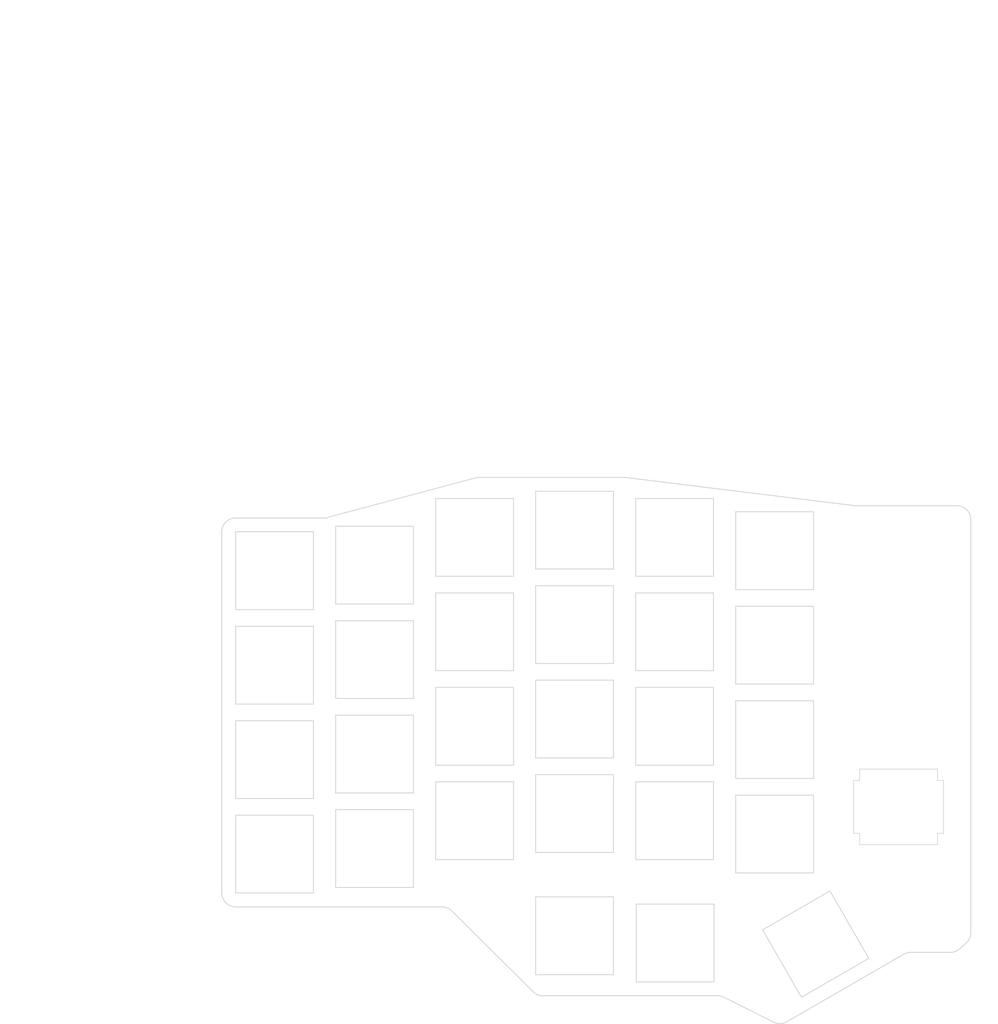
<source format=kicad_pcb>
(kicad_pcb (version 20210108) (generator pcbnew)
  (layers (0 "F.Cu" signal) (31 "B.Cu" power) (34 "B.Paste" user) (35 "F.Paste" user) (36 "B.SilkS" user "B.Silkscreen") (37 "F.SilkS" user "F.Silkscreen") (38 "B.Mask" user) (39 "F.Mask" user) (44 "Edge.Cuts" user))
  (net 0 "")
  (footprint "BlueSof:PlateCutout14mm_EdgeCuts" (layer "F.Cu") (at 184.873 54.1)
    (fp_text reference "SW1" hide)
    (fp_text value "SW_PUSH" hide)
    (fp_line (start -7 7) (end -7 -7) (layer "Edge.Cuts") (width 0.15))
    (fp_line (start 7 7) (end -7 7) (layer "Edge.Cuts") (width 0.15))
    (fp_line (start -7 -7) (end 7 -7) (layer "Edge.Cuts") (width 0.15))
    (fp_line (start 7 -7) (end 7 7) (layer "Edge.Cuts") (width 0.15))
  )
  (footprint "BlueSof:PlateCutout14mm_EdgeCuts" (layer "F.Cu") (at 166.873 51.7)
    (fp_text reference "SW2" hide)
    (fp_text value "SW_PUSH" hide)
    (fp_line (start 7 -7) (end 7 7) (layer "Edge.Cuts") (width 0.15))
    (fp_line (start 7 7) (end -7 7) (layer "Edge.Cuts") (width 0.15))
    (fp_line (start -7 -7) (end 7 -7) (layer "Edge.Cuts") (width 0.15))
    (fp_line (start -7 7) (end -7 -7) (layer "Edge.Cuts") (width 0.15))
  )
  (footprint "BlueSof:PlateCutout14mm_EdgeCuts" (layer "F.Cu") (at 130.873 51.7)
    (fp_text reference "SW4" hide)
    (fp_text value "SW_PUSH" hide)
    (fp_line (start -7 -7) (end 7 -7) (layer "Edge.Cuts") (width 0.15))
    (fp_line (start -7 7) (end -7 -7) (layer "Edge.Cuts") (width 0.15))
    (fp_line (start 7 7) (end -7 7) (layer "Edge.Cuts") (width 0.15))
    (fp_line (start 7 -7) (end 7 7) (layer "Edge.Cuts") (width 0.15))
  )
  (footprint "BlueSof:PlateCutout14mm_EdgeCuts" (layer "F.Cu") (at 112.873 56.7)
    (fp_text reference "SW5" hide)
    (fp_text value "SW_PUSH" hide)
    (fp_line (start -7 -7) (end 7 -7) (layer "Edge.Cuts") (width 0.15))
    (fp_line (start -7 7) (end -7 -7) (layer "Edge.Cuts") (width 0.15))
    (fp_line (start 7 -7) (end 7 7) (layer "Edge.Cuts") (width 0.15))
    (fp_line (start 7 7) (end -7 7) (layer "Edge.Cuts") (width 0.15))
  )
  (footprint "BlueSof:PlateCutout14mm_EdgeCuts" (layer "F.Cu") (at 94.873 57.7)
    (fp_text reference "SW6" hide)
    (fp_text value "SW_PUSH" hide)
    (fp_line (start 7 -7) (end 7 7) (layer "Edge.Cuts") (width 0.15))
    (fp_line (start 7 7) (end -7 7) (layer "Edge.Cuts") (width 0.15))
    (fp_line (start -7 7) (end -7 -7) (layer "Edge.Cuts") (width 0.15))
    (fp_line (start -7 -7) (end 7 -7) (layer "Edge.Cuts") (width 0.15))
  )
  (footprint "BlueSof:PlateCutout14mm_EdgeCuts" (layer "F.Cu") (at 184.873 71.1)
    (fp_text reference "SW7" hide)
    (fp_text value "SW_PUSH" hide)
    (fp_line (start -7 7) (end -7 -7) (layer "Edge.Cuts") (width 0.15))
    (fp_line (start -7 -7) (end 7 -7) (layer "Edge.Cuts") (width 0.15))
    (fp_line (start 7 -7) (end 7 7) (layer "Edge.Cuts") (width 0.15))
    (fp_line (start 7 7) (end -7 7) (layer "Edge.Cuts") (width 0.15))
  )
  (footprint "BlueSof:PlateCutout14mm_EdgeCuts" (layer "F.Cu") (at 166.873 68.7)
    (fp_text reference "SW8" hide)
    (fp_text value "SW_PUSH" hide)
    (fp_line (start 7 7) (end -7 7) (layer "Edge.Cuts") (width 0.15))
    (fp_line (start -7 7) (end -7 -7) (layer "Edge.Cuts") (width 0.15))
    (fp_line (start 7 -7) (end 7 7) (layer "Edge.Cuts") (width 0.15))
    (fp_line (start -7 -7) (end 7 -7) (layer "Edge.Cuts") (width 0.15))
  )
  (footprint "BlueSof:PlateCutout14mm_EdgeCuts" (layer "F.Cu") (at 148.873 67.4)
    (fp_text reference "SW9" hide)
    (fp_text value "SW_PUSH" hide)
    (fp_line (start -7 -7) (end 7 -7) (layer "Edge.Cuts") (width 0.15))
    (fp_line (start 7 -7) (end 7 7) (layer "Edge.Cuts") (width 0.15))
    (fp_line (start 7 7) (end -7 7) (layer "Edge.Cuts") (width 0.15))
    (fp_line (start -7 7) (end -7 -7) (layer "Edge.Cuts") (width 0.15))
  )
  (footprint "BlueSof:PlateCutout14mm_EdgeCuts" (layer "F.Cu") (at 130.873 68.7)
    (fp_text reference "SW10" hide)
    (fp_text value "SW_PUSH" hide)
    (fp_line (start 7 -7) (end 7 7) (layer "Edge.Cuts") (width 0.15))
    (fp_line (start -7 -7) (end 7 -7) (layer "Edge.Cuts") (width 0.15))
    (fp_line (start 7 7) (end -7 7) (layer "Edge.Cuts") (width 0.15))
    (fp_line (start -7 7) (end -7 -7) (layer "Edge.Cuts") (width 0.15))
  )
  (footprint "BlueSof:PlateCutout14mm_EdgeCuts" (layer "F.Cu") (at 94.873 74.7)
    (fp_text reference "SW12" hide)
    (fp_text value "SW_PUSH" hide)
    (fp_line (start 7 -7) (end 7 7) (layer "Edge.Cuts") (width 0.15))
    (fp_line (start 7 7) (end -7 7) (layer "Edge.Cuts") (width 0.15))
    (fp_line (start -7 7) (end -7 -7) (layer "Edge.Cuts") (width 0.15))
    (fp_line (start -7 -7) (end 7 -7) (layer "Edge.Cuts") (width 0.15))
  )
  (footprint "BlueSof:PlateCutout14mm_EdgeCuts" (layer "F.Cu") (at 166.873 85.7)
    (fp_text reference "SW14" hide)
    (fp_text value "SW_PUSH" hide)
    (fp_line (start 7 -7) (end 7 7) (layer "Edge.Cuts") (width 0.15))
    (fp_line (start -7 -7) (end 7 -7) (layer "Edge.Cuts") (width 0.15))
    (fp_line (start -7 7) (end -7 -7) (layer "Edge.Cuts") (width 0.15))
    (fp_line (start 7 7) (end -7 7) (layer "Edge.Cuts") (width 0.15))
  )
  (footprint "BlueSof:PlateCutout14mm_EdgeCuts" (layer "F.Cu") (at 148.873 84.4)
    (fp_text reference "SW15" hide)
    (fp_text value "SW_PUSH" hide)
    (fp_line (start -7 7) (end -7 -7) (layer "Edge.Cuts") (width 0.15))
    (fp_line (start 7 -7) (end 7 7) (layer "Edge.Cuts") (width 0.15))
    (fp_line (start 7 7) (end -7 7) (layer "Edge.Cuts") (width 0.15))
    (fp_line (start -7 -7) (end 7 -7) (layer "Edge.Cuts") (width 0.15))
  )
  (footprint "BlueSof:PlateCutout14mm_EdgeCuts" (layer "F.Cu") (at 130.873 85.7)
    (fp_text reference "SW16" hide)
    (fp_text value "SW_PUSH" hide)
    (fp_line (start -7 -7) (end 7 -7) (layer "Edge.Cuts") (width 0.15))
    (fp_line (start 7 7) (end -7 7) (layer "Edge.Cuts") (width 0.15))
    (fp_line (start 7 -7) (end 7 7) (layer "Edge.Cuts") (width 0.15))
    (fp_line (start -7 7) (end -7 -7) (layer "Edge.Cuts") (width 0.15))
  )
  (footprint "BlueSof:PlateCutout14mm_EdgeCuts" (layer "F.Cu") (at 112.873 90.7)
    (fp_text reference "SW17" hide)
    (fp_text value "SW_PUSH" hide)
    (fp_line (start 7 -7) (end 7 7) (layer "Edge.Cuts") (width 0.15))
    (fp_line (start -7 -7) (end 7 -7) (layer "Edge.Cuts") (width 0.15))
    (fp_line (start 7 7) (end -7 7) (layer "Edge.Cuts") (width 0.15))
    (fp_line (start -7 7) (end -7 -7) (layer "Edge.Cuts") (width 0.15))
  )
  (footprint "BlueSof:PlateCutout14mm_EdgeCuts" (layer "F.Cu") (at 184.873 105.1)
    (fp_text reference "SW19" hide)
    (fp_text value "SW_PUSH" hide)
    (fp_line (start 7 7) (end -7 7) (layer "Edge.Cuts") (width 0.15))
    (fp_line (start -7 -7) (end 7 -7) (layer "Edge.Cuts") (width 0.15))
    (fp_line (start 7 -7) (end 7 7) (layer "Edge.Cuts") (width 0.15))
    (fp_line (start -7 7) (end -7 -7) (layer "Edge.Cuts") (width 0.15))
  )
  (footprint "BlueSof:PlateCutout14mm_EdgeCuts" (layer "F.Cu") (at 148.873 101.4)
    (fp_text reference "SW21" hide)
    (fp_text value "SW_PUSH" hide)
    (fp_line (start -7 7) (end -7 -7) (layer "Edge.Cuts") (width 0.15))
    (fp_line (start -7 -7) (end 7 -7) (layer "Edge.Cuts") (width 0.15))
    (fp_line (start 7 7) (end -7 7) (layer "Edge.Cuts") (width 0.15))
    (fp_line (start 7 -7) (end 7 7) (layer "Edge.Cuts") (width 0.15))
  )
  (footprint "BlueSof:PlateCutout14mm_EdgeCuts" (layer "F.Cu") (at 130.873 102.7)
    (fp_text reference "SW22" hide)
    (fp_text value "SW_PUSH" hide)
    (fp_line (start -7 -7) (end 7 -7) (layer "Edge.Cuts") (width 0.15))
    (fp_line (start 7 -7) (end 7 7) (layer "Edge.Cuts") (width 0.15))
    (fp_line (start -7 7) (end -7 -7) (layer "Edge.Cuts") (width 0.15))
    (fp_line (start 7 7) (end -7 7) (layer "Edge.Cuts") (width 0.15))
  )
  (footprint "BlueSof:PlateCutout14mm_EdgeCuts" (layer "F.Cu") (at 112.873 107.7)
    (fp_text reference "SW23" hide)
    (fp_text value "SW_PUSH" hide)
    (fp_line (start -7 7) (end -7 -7) (layer "Edge.Cuts") (width 0.15))
    (fp_line (start -7 -7) (end 7 -7) (layer "Edge.Cuts") (width 0.15))
    (fp_line (start 7 7) (end -7 7) (layer "Edge.Cuts") (width 0.15))
    (fp_line (start 7 -7) (end 7 7) (layer "Edge.Cuts") (width 0.15))
  )
  (footprint "BlueSof:PlateCutout14mm_EdgeCuts" (layer "F.Cu") (at 94.873 108.7)
    (fp_text reference "SW24" hide)
    (fp_text value "SW_PUSH" hide)
    (fp_line (start 7 7) (end -7 7) (layer "Edge.Cuts") (width 0.15))
    (fp_line (start -7 -7) (end 7 -7) (layer "Edge.Cuts") (width 0.15))
    (fp_line (start -7 7) (end -7 -7) (layer "Edge.Cuts") (width 0.15))
    (fp_line (start 7 -7) (end 7 7) (layer "Edge.Cuts") (width 0.15))
  )
  (footprint "BlueSof:PlateCutout14mm_EdgeCuts" (layer "F.Cu") (at 184.873 88.1)
    (fp_text reference "SW13" hide)
    (fp_text value "SW_PUSH" hide)
    (fp_line (start -7 7) (end -7 -7) (layer "Edge.Cuts") (width 0.15))
    (fp_line (start 7 7) (end -7 7) (layer "Edge.Cuts") (width 0.15))
    (fp_line (start 7 -7) (end 7 7) (layer "Edge.Cuts") (width 0.15))
    (fp_line (start -7 -7) (end 7 -7) (layer "Edge.Cuts") (width 0.15))
  )
  (footprint "BlueSof:PlateCutout14mm_EdgeCuts" (layer "F.Cu") (at 112.873 73.7)
    (fp_text reference "SW11" hide)
    (fp_text value "SW_PUSH" hide)
    (fp_line (start -7 -7) (end 7 -7) (layer "Edge.Cuts") (width 0.15))
    (fp_line (start 7 -7) (end 7 7) (layer "Edge.Cuts") (width 0.15))
    (fp_line (start 7 7) (end -7 7) (layer "Edge.Cuts") (width 0.15))
    (fp_line (start -7 7) (end -7 -7) (layer "Edge.Cuts") (width 0.15))
  )
  (footprint "BlueSof:PlateCutout14mm_EdgeCuts" (layer "F.Cu") (at 94.873 91.7)
    (fp_text reference "SW18" hide)
    (fp_text value "SW_PUSH" hide)
    (fp_line (start -7 -7) (end 7 -7) (layer "Edge.Cuts") (width 0.15))
    (fp_line (start -7 7) (end -7 -7) (layer "Edge.Cuts") (width 0.15))
    (fp_line (start 7 -7) (end 7 7) (layer "Edge.Cuts") (width 0.15))
    (fp_line (start 7 7) (end -7 7) (layer "Edge.Cuts") (width 0.15))
  )
  (footprint "BlueSof:PlateCutout14mm_EdgeCuts" (layer "F.Cu") (at 148.873 123.4)
    (fp_text reference "SW28" hide)
    (fp_text value "SW_PUSH" hide)
    (fp_line (start 7 -7) (end 7 7) (layer "Edge.Cuts") (width 0.15))
    (fp_line (start -7 7) (end -7 -7) (layer "Edge.Cuts") (width 0.15))
    (fp_line (start -7 -7) (end 7 -7) (layer "Edge.Cuts") (width 0.15))
    (fp_line (start 7 7) (end -7 7) (layer "Edge.Cuts") (width 0.15))
  )
  (footprint "BlueSof:PlateCutout14mm_EdgeCuts" (layer "F.Cu") (at 148.873 50.4)
    (fp_text reference "SW3" hide)
    (fp_text value "SW_PUSH" hide)
    (fp_line (start 7 -7) (end 7 7) (layer "Edge.Cuts") (width 0.15))
    (fp_line (start -7 -7) (end 7 -7) (layer "Edge.Cuts") (width 0.15))
    (fp_line (start -7 7) (end -7 -7) (layer "Edge.Cuts") (width 0.15))
    (fp_line (start 7 7) (end -7 7) (layer "Edge.Cuts") (width 0.15))
  )
  (footprint "BlueSof:PlateCutout14mm_EdgeCuts" (layer "F.Cu") (at 166.873 102.7)
    (fp_text reference "SW20" hide)
    (fp_text value "SW_PUSH" hide)
    (fp_line (start -7 7) (end -7 -7) (layer "Edge.Cuts") (width 0.15))
    (fp_line (start -7 -7) (end 7 -7) (layer "Edge.Cuts") (width 0.15))
    (fp_line (start 7 7) (end -7 7) (layer "Edge.Cuts") (width 0.15))
    (fp_line (start 7 -7) (end 7 7) (layer "Edge.Cuts") (width 0.15))
  )
  (footprint "BlueSof:PlateCutout14mm_EdgeCuts" (layer "F.Cu") (at 192.273 124.9 30)
    (fp_text reference "SW26" hide)
    (fp_text value "SW_PUSH" hide)
    (fp_line (start -7 7) (end -7 -7) (layer "Edge.Cuts") (width 0.15))
    (fp_line (start 7 -7) (end 7 7) (layer "Edge.Cuts") (width 0.15))
    (fp_line (start 7 7) (end -7 7) (layer "Edge.Cuts") (width 0.15))
    (fp_line (start -7 -7) (end 7 -7) (layer "Edge.Cuts") (width 0.15))
  )
  (footprint "BlueSof:PlateCutout14mm_EdgeCuts" (layer "F.Cu") (at 166.973 124.7)
    (fp_text reference "SW27" hide)
    (fp_text value "SW_PUSH" hide)
    (fp_line (start 7 7) (end -7 7) (layer "Edge.Cuts") (width 0.15))
    (fp_line (start 7 -7) (end 7 7) (layer "Edge.Cuts") (width 0.15))
    (fp_line (start -7 7) (end -7 -7) (layer "Edge.Cuts") (width 0.15))
    (fp_line (start -7 -7) (end 7 -7) (layer "Edge.Cuts") (width 0.15))
  )
  (footprint "BlueSof:RotaryEncoder_Alps_EC11E-Switch_PlateCutout" (layer "F.Cu") (at 207.188 100.2)
    (fp_text reference "SW25" hide)
    (fp_text value "EncoderPlateCutout")
    (fp_line (start -8.1 -4.75) (end -8.1 4.75) (layer "Edge.Cuts") (width 0.12))
    (fp_line (start -7 -4.75) (end -7 -6.8) (layer "Edge.Cuts") (width 0.12))
    (fp_line (start -7 4.75) (end -7 6.8) (layer "Edge.Cuts") (width 0.12))
    (fp_line (start 7 -4.75) (end 7 -6.8) (layer "Edge.Cuts") (width 0.12))
    (fp_line (start 7 6.8) (end 7 4.75) (layer "Edge.Cuts") (width 0.12))
    (fp_line (start -7 -4.75) (end -8.1 -4.75) (layer "Edge.Cuts") (width 0.12))
    (fp_line (start -7 4.75) (end -8.1 4.75) (layer "Edge.Cuts") (width 0.12))
    (fp_line (start 8.1 4.75) (end 7 4.75) (layer "Edge.Cuts") (width 0.12))
    (fp_line (start -7 6.8) (end 7 6.8) (layer "Edge.Cuts") (width 0.12))
    (fp_line (start -7 -6.8) (end 7 -6.8) (layer "Edge.Cuts") (width 0.12))
    (fp_line (start 8.1 -4.75) (end 7 -4.75) (layer "Edge.Cuts") (width 0.12))
    (fp_line (start 8.1 -4.75) (end 8.1 4.75) (layer "Edge.Cuts") (width 0.12))
  )
  (footprint "MountingHole:MountingHole_2.2mm_M2" (layer "B.Cu") (at 103.873 65.525 180)
    (fp_text reference "H6" hide)
    (fp_text value "MountingHole_Pad")
    (pad "1" np_thru_hole circle (at 0 0 180) (size 2.2 2.2) (drill 2.2) (layers *.Cu *.Mask))
  )
  (footprint "MountingHole:MountingHole_2.2mm_M2" (layer "B.Cu") (at 210.148 59.3 180)
    (fp_text reference "H4" hide)
    (fp_text value "MountingHole_Pad")
    (pad "1" np_thru_hole circle (at 0 0 180) (size 2.2 2.2) (drill 2.2) (layers *.Cu *.Mask))
  )
  (footprint "MountingHole:MountingHole_2.2mm_M2" (layer "B.Cu") (at 175.973 61.425 180)
    (fp_text reference "H5" hide)
    (fp_text value "MountingHole_Pad")
    (pad "1" np_thru_hole circle (at 0 0 180) (size 2.2 2.2) (drill 2.2) (layers *.Cu *.Mask))
  )
  (footprint "MountingHole:MountingHole_2.2mm_M2" (layer "B.Cu") (at 175.873 95.425 180)
    (fp_text reference "H1" hide)
    (fp_text value "MountingHole_Pad")
    (pad "1" np_thru_hole circle (at 0 0 180) (size 2.2 2.2) (drill 2.2) (layers *.Cu *.Mask))
  )
  (footprint "MountingHole:MountingHole_2.2mm_M2" (layer "B.Cu") (at 195.648 111.1 180)
    (fp_text reference "H2" hide)
    (fp_text value "MountingHole_Pad")
    (pad "1" np_thru_hole circle (at 0 0 180) (size 2.2 2.2) (drill 2.2) (layers *.Cu *.Mask))
  )
  (footprint "MountingHole:MountingHole_2.2mm_M2" (layer "B.Cu") (at 202.448 49.8 180)
    (fp_text reference "H4" hide)
    (fp_text value "MountingHole_Pad")
    (pad "1" np_thru_hole circle (at 0 0 180) (size 2.2 2.2) (drill 2.2) (layers *.Cu *.Mask))
  )
  (footprint "MountingHole:MountingHole_2.2mm_M2" (layer "B.Cu") (at 218.148 49.825 180)
    (fp_text reference "H4" hide)
    (fp_text value "MountingHole_Pad")
    (pad "1" np_thru_hole circle (at 0 0 180) (size 2.2 2.2) (drill 2.2) (layers *.Cu *.Mask))
  )
  (footprint "MountingHole:MountingHole_2.2mm_M2" (layer "B.Cu") (at 103.873 99.725 180)
    (fp_text reference "H3" hide)
    (fp_text value "MountingHole_Pad")
    (pad "1" np_thru_hole circle (at 0 0 180) (size 2.2 2.2) (drill 2.2) (layers *.Cu *.Mask))
  )
  (gr_arc (start 131.673004 43.4) (end 131.262007 40.934015) (angle 9.462321464) (layer "Edge.Cuts") (width 0.15))
  (gr_line (start 141.418706 133.473197) (end 126.782518 118.926802) (layer "Edge.Cuts") (width 0.15))
  (gr_arc (start 216.549401 123.877241) (end 218.244774 125.714552) (angle 42.6991763) (layer "Edge.Cuts") (width 0.15))
  (gr_line (start 205.948 46) (end 217.687476 46) (layer "Edge.Cuts") (width 0.15))
  (gr_arc (start 125.020198 120.7) (end 125.020198 118.2) (angle 44.82371423) (layer "Edge.Cuts") (width 0.15))
  (gr_arc (start 157.655867 43.4) (end 157.655867 40.9) (angle 7.006961979) (layer "Edge.Cuts") (width 0.15))
  (gr_arc (start 217.687476 122.827087) (end 220.187476 122.827087) (angle 47.3008237) (layer "Edge.Cuts") (width 0.15))
  (gr_line (start 131.673005 40.9) (end 157.655867 40.899999) (layer "Edge.Cuts") (width 0.15))
  (gr_arc (start 209.384215 128.877241) (end 208.134216 126.712177) (angle 29.99999438) (layer "Edge.Cuts") (width 0.15))
  (gr_arc (start 87.873 50.7) (end 85.373 50.7) (angle 80.53767854) (layer "Edge.Cuts") (width 0.15))
  (gr_line (start 199.456468 46) (end 205.948 46) (layer "Edge.Cuts") (width 0.15))
  (gr_line (start 174.665954 134.199999) (end 143.181025 134.199999) (layer "Edge.Cuts") (width 0.15))
  (gr_line (start 157.960842 40.918671) (end 199.151493 45.981329) (layer "Edge.Cuts") (width 0.15))
  (gr_line (start 208.134216 126.712177) (end 187.068689 138.874364) (layer "Edge.Cuts") (width 0.15))
  (gr_line (start 87.462003 48.234015) (end 103.962003 48.234015) (layer "Edge.Cuts") (width 0.15))
  (gr_line (start 220.187476 122.827087) (end 220.187476 48.5) (layer "Edge.Cuts") (width 0.15))
  (gr_line (start 85.373 115.7) (end 85.373 50.7) (layer "Edge.Cuts") (width 0.15))
  (gr_arc (start 143.181025 131.699999) (end 143.181025 134.199999) (angle 44.82370585) (layer "Edge.Cuts") (width 0.15))
  (gr_arc (start 199.456468 43.5) (end 199.456468 46) (angle 7.006963191) (layer "Edge.Cuts") (width 0.15))
  (gr_line (start 125.020198 118.2) (end 87.873 118.2) (layer "Edge.Cuts") (width 0.15))
  (gr_arc (start 217.687476 48.5) (end 217.687476 46) (angle 90) (layer "Edge.Cuts") (width 0.15))
  (gr_line (start 216.549402 126.377241) (end 209.384216 126.377241) (layer "Edge.Cuts") (width 0.15))
  (gr_arc (start 185.818689 136.709301) (end 187.068689 138.874364) (angle 56.68375556) (layer "Edge.Cuts") (width 0.15))
  (gr_arc (start 174.665954 136.7) (end 174.665954 134.199999) (angle 26.68376982) (layer "Edge.Cuts") (width 0.15))
  (gr_line (start 184.696025 138.943048) (end 175.788619 134.466252) (layer "Edge.Cuts") (width 0.15))
  (gr_arc (start 103.962003 46.984014) (end 103.962003 48.234015) (angle -30.96374867) (layer "Edge.Cuts") (width 0.15))
  (gr_line (start 219.382849 124.664397) (end 218.244774 125.714551) (layer "Edge.Cuts") (width 0.15))
  (gr_arc (start 87.873 115.7) (end 87.873 118.2) (angle 90) (layer "Edge.Cuts") (width 0.15))
  (gr_line (start 104.605123 48.055881) (end 131.262007 40.934015) (layer "Edge.Cuts") (width 0.15))
)
</source>
